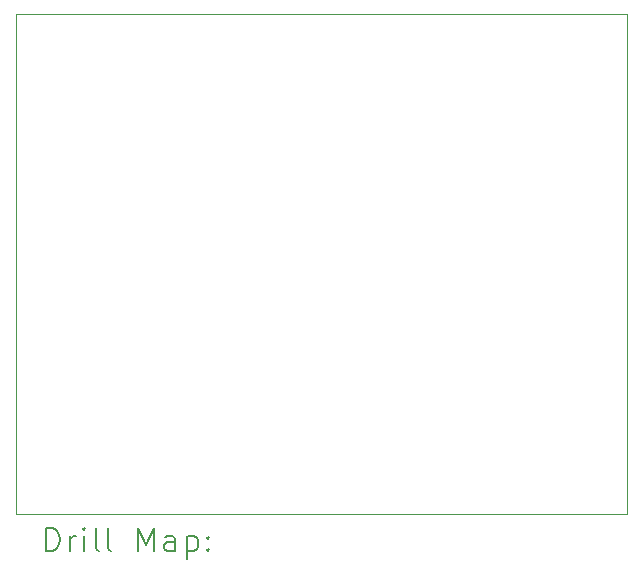
<source format=gbr>
%TF.GenerationSoftware,KiCad,Pcbnew,7.0.9*%
%TF.CreationDate,2024-06-24T14:49:51-04:00*%
%TF.ProjectId,IO,494f2e6b-6963-4616-945f-706362585858,rev?*%
%TF.SameCoordinates,Original*%
%TF.FileFunction,Drillmap*%
%TF.FilePolarity,Positive*%
%FSLAX45Y45*%
G04 Gerber Fmt 4.5, Leading zero omitted, Abs format (unit mm)*
G04 Created by KiCad (PCBNEW 7.0.9) date 2024-06-24 14:49:51*
%MOMM*%
%LPD*%
G01*
G04 APERTURE LIST*
%ADD10C,0.100000*%
%ADD11C,0.200000*%
G04 APERTURE END LIST*
D10*
X13360000Y-7800000D02*
X18532500Y-7800000D01*
X18532500Y-12030000D01*
X13360000Y-12030000D01*
X13360000Y-7800000D01*
D11*
X13615777Y-12346484D02*
X13615777Y-12146484D01*
X13615777Y-12146484D02*
X13663396Y-12146484D01*
X13663396Y-12146484D02*
X13691967Y-12156008D01*
X13691967Y-12156008D02*
X13711015Y-12175055D01*
X13711015Y-12175055D02*
X13720539Y-12194103D01*
X13720539Y-12194103D02*
X13730062Y-12232198D01*
X13730062Y-12232198D02*
X13730062Y-12260769D01*
X13730062Y-12260769D02*
X13720539Y-12298865D01*
X13720539Y-12298865D02*
X13711015Y-12317912D01*
X13711015Y-12317912D02*
X13691967Y-12336960D01*
X13691967Y-12336960D02*
X13663396Y-12346484D01*
X13663396Y-12346484D02*
X13615777Y-12346484D01*
X13815777Y-12346484D02*
X13815777Y-12213150D01*
X13815777Y-12251246D02*
X13825301Y-12232198D01*
X13825301Y-12232198D02*
X13834824Y-12222674D01*
X13834824Y-12222674D02*
X13853872Y-12213150D01*
X13853872Y-12213150D02*
X13872920Y-12213150D01*
X13939586Y-12346484D02*
X13939586Y-12213150D01*
X13939586Y-12146484D02*
X13930062Y-12156008D01*
X13930062Y-12156008D02*
X13939586Y-12165531D01*
X13939586Y-12165531D02*
X13949110Y-12156008D01*
X13949110Y-12156008D02*
X13939586Y-12146484D01*
X13939586Y-12146484D02*
X13939586Y-12165531D01*
X14063396Y-12346484D02*
X14044348Y-12336960D01*
X14044348Y-12336960D02*
X14034824Y-12317912D01*
X14034824Y-12317912D02*
X14034824Y-12146484D01*
X14168158Y-12346484D02*
X14149110Y-12336960D01*
X14149110Y-12336960D02*
X14139586Y-12317912D01*
X14139586Y-12317912D02*
X14139586Y-12146484D01*
X14396729Y-12346484D02*
X14396729Y-12146484D01*
X14396729Y-12146484D02*
X14463396Y-12289341D01*
X14463396Y-12289341D02*
X14530062Y-12146484D01*
X14530062Y-12146484D02*
X14530062Y-12346484D01*
X14711015Y-12346484D02*
X14711015Y-12241722D01*
X14711015Y-12241722D02*
X14701491Y-12222674D01*
X14701491Y-12222674D02*
X14682443Y-12213150D01*
X14682443Y-12213150D02*
X14644348Y-12213150D01*
X14644348Y-12213150D02*
X14625301Y-12222674D01*
X14711015Y-12336960D02*
X14691967Y-12346484D01*
X14691967Y-12346484D02*
X14644348Y-12346484D01*
X14644348Y-12346484D02*
X14625301Y-12336960D01*
X14625301Y-12336960D02*
X14615777Y-12317912D01*
X14615777Y-12317912D02*
X14615777Y-12298865D01*
X14615777Y-12298865D02*
X14625301Y-12279817D01*
X14625301Y-12279817D02*
X14644348Y-12270293D01*
X14644348Y-12270293D02*
X14691967Y-12270293D01*
X14691967Y-12270293D02*
X14711015Y-12260769D01*
X14806253Y-12213150D02*
X14806253Y-12413150D01*
X14806253Y-12222674D02*
X14825301Y-12213150D01*
X14825301Y-12213150D02*
X14863396Y-12213150D01*
X14863396Y-12213150D02*
X14882443Y-12222674D01*
X14882443Y-12222674D02*
X14891967Y-12232198D01*
X14891967Y-12232198D02*
X14901491Y-12251246D01*
X14901491Y-12251246D02*
X14901491Y-12308388D01*
X14901491Y-12308388D02*
X14891967Y-12327436D01*
X14891967Y-12327436D02*
X14882443Y-12336960D01*
X14882443Y-12336960D02*
X14863396Y-12346484D01*
X14863396Y-12346484D02*
X14825301Y-12346484D01*
X14825301Y-12346484D02*
X14806253Y-12336960D01*
X14987205Y-12327436D02*
X14996729Y-12336960D01*
X14996729Y-12336960D02*
X14987205Y-12346484D01*
X14987205Y-12346484D02*
X14977682Y-12336960D01*
X14977682Y-12336960D02*
X14987205Y-12327436D01*
X14987205Y-12327436D02*
X14987205Y-12346484D01*
X14987205Y-12222674D02*
X14996729Y-12232198D01*
X14996729Y-12232198D02*
X14987205Y-12241722D01*
X14987205Y-12241722D02*
X14977682Y-12232198D01*
X14977682Y-12232198D02*
X14987205Y-12222674D01*
X14987205Y-12222674D02*
X14987205Y-12241722D01*
M02*

</source>
